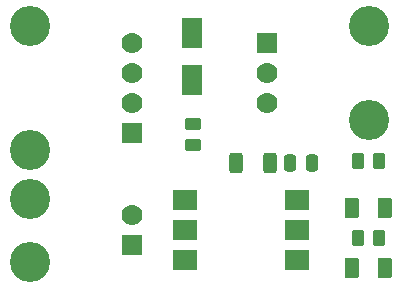
<source format=gbr>
%TF.GenerationSoftware,KiCad,Pcbnew,7.0.10-7.0.10~ubuntu20.04.1*%
%TF.CreationDate,2024-01-20T13:36:01-08:00*%
%TF.ProjectId,beambreak,6265616d-6272-4656-916b-2e6b69636164,rev?*%
%TF.SameCoordinates,Original*%
%TF.FileFunction,Soldermask,Top*%
%TF.FilePolarity,Negative*%
%FSLAX46Y46*%
G04 Gerber Fmt 4.6, Leading zero omitted, Abs format (unit mm)*
G04 Created by KiCad (PCBNEW 7.0.10-7.0.10~ubuntu20.04.1) date 2024-01-20 13:36:01*
%MOMM*%
%LPD*%
G01*
G04 APERTURE LIST*
G04 Aperture macros list*
%AMRoundRect*
0 Rectangle with rounded corners*
0 $1 Rounding radius*
0 $2 $3 $4 $5 $6 $7 $8 $9 X,Y pos of 4 corners*
0 Add a 4 corners polygon primitive as box body*
4,1,4,$2,$3,$4,$5,$6,$7,$8,$9,$2,$3,0*
0 Add four circle primitives for the rounded corners*
1,1,$1+$1,$2,$3*
1,1,$1+$1,$4,$5*
1,1,$1+$1,$6,$7*
1,1,$1+$1,$8,$9*
0 Add four rect primitives between the rounded corners*
20,1,$1+$1,$2,$3,$4,$5,0*
20,1,$1+$1,$4,$5,$6,$7,0*
20,1,$1+$1,$6,$7,$8,$9,0*
20,1,$1+$1,$8,$9,$2,$3,0*%
G04 Aperture macros list end*
%ADD10C,3.400000*%
%ADD11R,1.778000X1.778000*%
%ADD12C,1.778000*%
%ADD13RoundRect,0.250000X0.375000X0.625000X-0.375000X0.625000X-0.375000X-0.625000X0.375000X-0.625000X0*%
%ADD14RoundRect,0.250000X-0.312500X-0.625000X0.312500X-0.625000X0.312500X0.625000X-0.312500X0.625000X0*%
%ADD15RoundRect,0.250000X-0.250000X-0.475000X0.250000X-0.475000X0.250000X0.475000X-0.250000X0.475000X0*%
%ADD16RoundRect,0.250000X-0.262500X-0.450000X0.262500X-0.450000X0.262500X0.450000X-0.262500X0.450000X0*%
%ADD17RoundRect,0.250000X-0.450000X0.262500X-0.450000X-0.262500X0.450000X-0.262500X0.450000X0.262500X0*%
%ADD18R,2.000000X1.780000*%
%ADD19R,1.800000X2.500000*%
G04 APERTURE END LIST*
D10*
%TO.C,J3*%
X139704000Y-84325000D03*
X139704000Y-92205000D03*
D11*
X131064000Y-85725000D03*
D12*
X131064000Y-88265000D03*
X131064000Y-90805000D03*
%TD*%
D13*
%TO.C,D3*%
X141100000Y-99695000D03*
X138300000Y-99695000D03*
%TD*%
D14*
%TO.C,R4*%
X128458500Y-95885000D03*
X131383500Y-95885000D03*
%TD*%
D13*
%TO.C,D1*%
X141100000Y-104775000D03*
X138300000Y-104775000D03*
%TD*%
D15*
%TO.C,C1*%
X133035000Y-95885000D03*
X134935000Y-95885000D03*
%TD*%
D10*
%TO.C,J2*%
X110994000Y-84325000D03*
X110994000Y-94745000D03*
D11*
X119634000Y-93345000D03*
D12*
X119634000Y-90805000D03*
X119634000Y-88265000D03*
X119634000Y-85725000D03*
%TD*%
D16*
%TO.C,R1*%
X138787500Y-102235000D03*
X140612500Y-102235000D03*
%TD*%
D10*
%TO.C,J1*%
X110994000Y-98930000D03*
X110994000Y-104270000D03*
D11*
X119634000Y-102870000D03*
D12*
X119634000Y-100330000D03*
%TD*%
D17*
%TO.C,R2*%
X124841000Y-92559500D03*
X124841000Y-94384500D03*
%TD*%
D18*
%TO.C,U1*%
X124140000Y-99060000D03*
X124140000Y-101600000D03*
X124140000Y-104140000D03*
X133670000Y-104140000D03*
X133670000Y-101600000D03*
X133670000Y-99060000D03*
%TD*%
D19*
%TO.C,D2*%
X124714000Y-88868000D03*
X124714000Y-84868000D03*
%TD*%
D16*
%TO.C,R3*%
X138787500Y-95758000D03*
X140612500Y-95758000D03*
%TD*%
M02*

</source>
